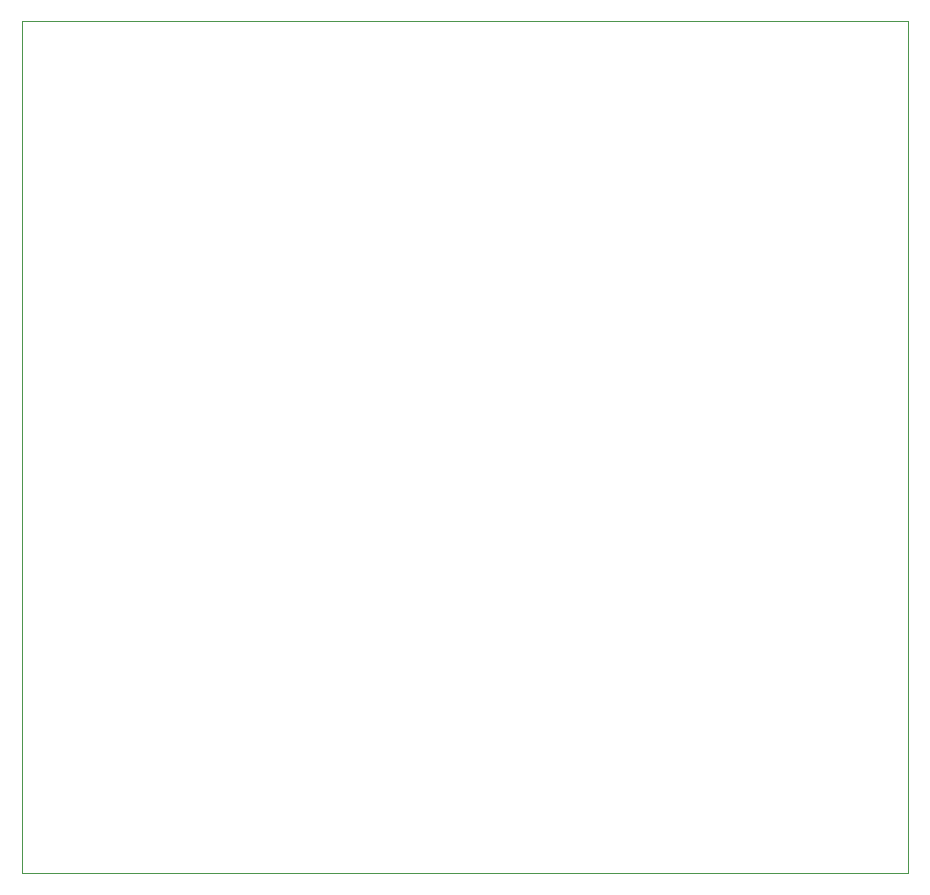
<source format=gm1>
G04 #@! TF.GenerationSoftware,KiCad,Pcbnew,9.0.6*
G04 #@! TF.CreationDate,2025-12-19T00:03:08+05:30*
G04 #@! TF.ProjectId,macropad,6d616372-6f70-4616-942e-6b696361645f,rev?*
G04 #@! TF.SameCoordinates,Original*
G04 #@! TF.FileFunction,Profile,NP*
%FSLAX46Y46*%
G04 Gerber Fmt 4.6, Leading zero omitted, Abs format (unit mm)*
G04 Created by KiCad (PCBNEW 9.0.6) date 2025-12-19 00:03:08*
%MOMM*%
%LPD*%
G01*
G04 APERTURE LIST*
G04 #@! TA.AperFunction,Profile*
%ADD10C,0.038100*%
G04 #@! TD*
G04 APERTURE END LIST*
D10*
X110000000Y-42824400D02*
X110000000Y-45000000D01*
X185000000Y-42824400D02*
X110000000Y-42824400D01*
X185000000Y-45000000D02*
X185000000Y-42824400D01*
X185000000Y-115000000D02*
X185000000Y-45000000D01*
X110000000Y-115000000D02*
X185000000Y-115000000D01*
X110000000Y-45000000D02*
X110000000Y-115000000D01*
M02*

</source>
